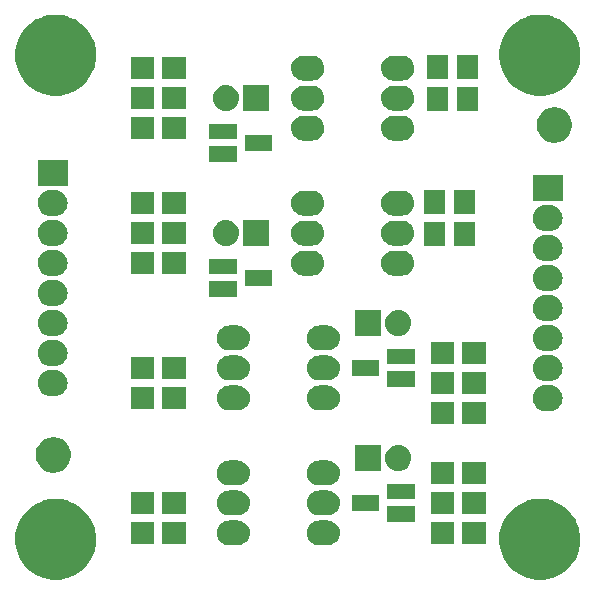
<source format=gbr>
G04 #@! TF.GenerationSoftware,KiCad,Pcbnew,(5.0.2)-1*
G04 #@! TF.CreationDate,2019-06-18T18:27:52-04:00*
G04 #@! TF.ProjectId,OptoFastBi,4f70746f-4661-4737-9442-692e6b696361,rev?*
G04 #@! TF.SameCoordinates,Original*
G04 #@! TF.FileFunction,Soldermask,Top*
G04 #@! TF.FilePolarity,Negative*
%FSLAX46Y46*%
G04 Gerber Fmt 4.6, Leading zero omitted, Abs format (unit mm)*
G04 Created by KiCad (PCBNEW (5.0.2)-1) date 6/18/2019 6:27:52 PM*
%MOMM*%
%LPD*%
G01*
G04 APERTURE LIST*
%ADD10C,0.150000*%
G04 APERTURE END LIST*
D10*
G36*
X45554153Y-41614050D02*
X46000202Y-41702775D01*
X46258686Y-41809843D01*
X46624239Y-41961259D01*
X47185863Y-42336524D01*
X47663476Y-42814137D01*
X48038741Y-43375761D01*
X48096022Y-43514050D01*
X48297225Y-43999798D01*
X48345677Y-44243380D01*
X48429000Y-44662272D01*
X48429000Y-45337728D01*
X48297225Y-46000201D01*
X48038741Y-46624239D01*
X47663476Y-47185863D01*
X47185863Y-47663476D01*
X46624239Y-48038741D01*
X46258686Y-48190157D01*
X46000202Y-48297225D01*
X45668964Y-48363113D01*
X45337728Y-48429000D01*
X44662272Y-48429000D01*
X44331035Y-48363112D01*
X43999798Y-48297225D01*
X43741314Y-48190157D01*
X43375761Y-48038741D01*
X42814137Y-47663476D01*
X42336524Y-47185863D01*
X41961259Y-46624239D01*
X41702775Y-46000201D01*
X41571000Y-45337728D01*
X41571000Y-44662272D01*
X41654323Y-44243380D01*
X41702775Y-43999798D01*
X41903978Y-43514050D01*
X41961259Y-43375761D01*
X42336524Y-42814137D01*
X42814137Y-42336524D01*
X43375761Y-41961259D01*
X43741314Y-41809843D01*
X43999798Y-41702775D01*
X44445847Y-41614050D01*
X44662272Y-41571000D01*
X45337728Y-41571000D01*
X45554153Y-41614050D01*
X45554153Y-41614050D01*
G37*
G36*
X4554153Y-41614050D02*
X5000202Y-41702775D01*
X5258686Y-41809843D01*
X5624239Y-41961259D01*
X6185863Y-42336524D01*
X6663476Y-42814137D01*
X7038741Y-43375761D01*
X7096022Y-43514050D01*
X7297225Y-43999798D01*
X7345677Y-44243380D01*
X7429000Y-44662272D01*
X7429000Y-45337728D01*
X7297225Y-46000201D01*
X7038741Y-46624239D01*
X6663476Y-47185863D01*
X6185863Y-47663476D01*
X5624239Y-48038741D01*
X5258686Y-48190157D01*
X5000202Y-48297225D01*
X4668965Y-48363112D01*
X4337728Y-48429000D01*
X3662272Y-48429000D01*
X3331035Y-48363112D01*
X2999798Y-48297225D01*
X2741314Y-48190157D01*
X2375761Y-48038741D01*
X1814137Y-47663476D01*
X1336524Y-47185863D01*
X961259Y-46624239D01*
X702775Y-46000201D01*
X571000Y-45337728D01*
X571000Y-44662272D01*
X654323Y-44243380D01*
X702775Y-43999798D01*
X903978Y-43514050D01*
X961259Y-43375761D01*
X1336524Y-42814137D01*
X1814137Y-42336524D01*
X2375761Y-41961259D01*
X2741314Y-41809843D01*
X2999798Y-41702775D01*
X3445847Y-41614050D01*
X3662272Y-41571000D01*
X4337728Y-41571000D01*
X4554153Y-41614050D01*
X4554153Y-41614050D01*
G37*
G36*
X19503388Y-43401084D02*
X19606620Y-43411251D01*
X19739073Y-43451430D01*
X19805301Y-43471520D01*
X19884868Y-43514050D01*
X19988404Y-43569391D01*
X19988406Y-43569392D01*
X19988405Y-43569392D01*
X20148896Y-43701104D01*
X20280608Y-43861595D01*
X20378480Y-44044699D01*
X20378480Y-44044700D01*
X20438749Y-44243380D01*
X20459099Y-44450000D01*
X20438749Y-44656620D01*
X20437034Y-44662272D01*
X20378480Y-44855301D01*
X20326166Y-44953172D01*
X20280609Y-45038404D01*
X20148896Y-45198896D01*
X19988404Y-45330609D01*
X19975085Y-45337728D01*
X19805301Y-45428480D01*
X19739073Y-45448570D01*
X19606620Y-45488749D01*
X19503388Y-45498916D01*
X19451773Y-45504000D01*
X18648227Y-45504000D01*
X18596612Y-45498916D01*
X18493380Y-45488749D01*
X18360927Y-45448570D01*
X18294699Y-45428480D01*
X18124915Y-45337728D01*
X18111596Y-45330609D01*
X17951104Y-45198896D01*
X17819391Y-45038404D01*
X17773834Y-44953172D01*
X17721520Y-44855301D01*
X17662966Y-44662272D01*
X17661251Y-44656620D01*
X17640901Y-44450000D01*
X17661251Y-44243380D01*
X17721520Y-44044700D01*
X17721520Y-44044699D01*
X17819392Y-43861595D01*
X17951104Y-43701104D01*
X18111595Y-43569392D01*
X18111594Y-43569392D01*
X18111596Y-43569391D01*
X18215132Y-43514050D01*
X18294699Y-43471520D01*
X18360927Y-43451430D01*
X18493380Y-43411251D01*
X18596612Y-43401084D01*
X18648227Y-43396000D01*
X19451773Y-43396000D01*
X19503388Y-43401084D01*
X19503388Y-43401084D01*
G37*
G36*
X27123388Y-43401084D02*
X27226620Y-43411251D01*
X27359073Y-43451430D01*
X27425301Y-43471520D01*
X27504868Y-43514050D01*
X27608404Y-43569391D01*
X27608406Y-43569392D01*
X27608405Y-43569392D01*
X27768896Y-43701104D01*
X27900608Y-43861595D01*
X27998480Y-44044699D01*
X27998480Y-44044700D01*
X28058749Y-44243380D01*
X28079099Y-44450000D01*
X28058749Y-44656620D01*
X28057034Y-44662272D01*
X27998480Y-44855301D01*
X27946166Y-44953172D01*
X27900609Y-45038404D01*
X27768896Y-45198896D01*
X27608404Y-45330609D01*
X27595085Y-45337728D01*
X27425301Y-45428480D01*
X27359073Y-45448570D01*
X27226620Y-45488749D01*
X27123388Y-45498916D01*
X27071773Y-45504000D01*
X26268227Y-45504000D01*
X26216612Y-45498916D01*
X26113380Y-45488749D01*
X25980927Y-45448570D01*
X25914699Y-45428480D01*
X25744915Y-45337728D01*
X25731596Y-45330609D01*
X25571104Y-45198896D01*
X25439391Y-45038404D01*
X25393834Y-44953172D01*
X25341520Y-44855301D01*
X25282966Y-44662272D01*
X25281251Y-44656620D01*
X25260901Y-44450000D01*
X25281251Y-44243380D01*
X25341520Y-44044700D01*
X25341520Y-44044699D01*
X25439392Y-43861595D01*
X25571104Y-43701104D01*
X25731595Y-43569392D01*
X25731594Y-43569392D01*
X25731596Y-43569391D01*
X25835132Y-43514050D01*
X25914699Y-43471520D01*
X25980927Y-43451430D01*
X26113380Y-43411251D01*
X26216612Y-43401084D01*
X26268227Y-43396000D01*
X27071773Y-43396000D01*
X27123388Y-43401084D01*
X27123388Y-43401084D01*
G37*
G36*
X37754000Y-45354000D02*
X35746000Y-45354000D01*
X35746000Y-43546000D01*
X37754000Y-43546000D01*
X37754000Y-45354000D01*
X37754000Y-45354000D01*
G37*
G36*
X15054000Y-45354000D02*
X13046000Y-45354000D01*
X13046000Y-43546000D01*
X15054000Y-43546000D01*
X15054000Y-45354000D01*
X15054000Y-45354000D01*
G37*
G36*
X12354000Y-45354000D02*
X10346000Y-45354000D01*
X10346000Y-43546000D01*
X12354000Y-43546000D01*
X12354000Y-45354000D01*
X12354000Y-45354000D01*
G37*
G36*
X40454000Y-45354000D02*
X38446000Y-45354000D01*
X38446000Y-43546000D01*
X40454000Y-43546000D01*
X40454000Y-45354000D01*
X40454000Y-45354000D01*
G37*
G36*
X34405570Y-43514050D02*
X32096710Y-43514050D01*
X32096710Y-42205950D01*
X34405570Y-42205950D01*
X34405570Y-43514050D01*
X34405570Y-43514050D01*
G37*
G36*
X19503388Y-40861084D02*
X19606620Y-40871251D01*
X19739073Y-40911430D01*
X19805301Y-40931520D01*
X19903172Y-40983834D01*
X19988404Y-41029391D01*
X19988406Y-41029392D01*
X19988405Y-41029392D01*
X20148896Y-41161104D01*
X20280608Y-41321595D01*
X20378480Y-41504699D01*
X20378480Y-41504700D01*
X20438749Y-41703380D01*
X20459099Y-41910000D01*
X20438749Y-42116620D01*
X20411651Y-42205950D01*
X20378480Y-42315301D01*
X20367137Y-42336522D01*
X20280609Y-42498404D01*
X20148896Y-42658896D01*
X19988404Y-42790609D01*
X19903172Y-42836166D01*
X19805301Y-42888480D01*
X19739073Y-42908570D01*
X19606620Y-42948749D01*
X19503388Y-42958916D01*
X19451773Y-42964000D01*
X18648227Y-42964000D01*
X18596612Y-42958916D01*
X18493380Y-42948749D01*
X18360927Y-42908570D01*
X18294699Y-42888480D01*
X18196828Y-42836166D01*
X18111596Y-42790609D01*
X17951104Y-42658896D01*
X17819391Y-42498404D01*
X17732863Y-42336522D01*
X17721520Y-42315301D01*
X17688349Y-42205950D01*
X17661251Y-42116620D01*
X17640901Y-41910000D01*
X17661251Y-41703380D01*
X17721520Y-41504700D01*
X17721520Y-41504699D01*
X17819392Y-41321595D01*
X17951104Y-41161104D01*
X18111595Y-41029392D01*
X18111594Y-41029392D01*
X18111596Y-41029391D01*
X18196828Y-40983834D01*
X18294699Y-40931520D01*
X18360927Y-40911430D01*
X18493380Y-40871251D01*
X18596612Y-40861084D01*
X18648227Y-40856000D01*
X19451773Y-40856000D01*
X19503388Y-40861084D01*
X19503388Y-40861084D01*
G37*
G36*
X27123388Y-40861084D02*
X27226620Y-40871251D01*
X27359073Y-40911430D01*
X27425301Y-40931520D01*
X27523172Y-40983834D01*
X27608404Y-41029391D01*
X27608406Y-41029392D01*
X27608405Y-41029392D01*
X27768896Y-41161104D01*
X27900608Y-41321595D01*
X27998480Y-41504699D01*
X27998480Y-41504700D01*
X28058749Y-41703380D01*
X28079099Y-41910000D01*
X28058749Y-42116620D01*
X28031651Y-42205950D01*
X27998480Y-42315301D01*
X27987137Y-42336522D01*
X27900609Y-42498404D01*
X27768896Y-42658896D01*
X27608404Y-42790609D01*
X27523172Y-42836166D01*
X27425301Y-42888480D01*
X27359073Y-42908570D01*
X27226620Y-42948749D01*
X27123388Y-42958916D01*
X27071773Y-42964000D01*
X26268227Y-42964000D01*
X26216612Y-42958916D01*
X26113380Y-42948749D01*
X25980927Y-42908570D01*
X25914699Y-42888480D01*
X25816828Y-42836166D01*
X25731596Y-42790609D01*
X25571104Y-42658896D01*
X25439391Y-42498404D01*
X25352863Y-42336522D01*
X25341520Y-42315301D01*
X25308349Y-42205950D01*
X25281251Y-42116620D01*
X25260901Y-41910000D01*
X25281251Y-41703380D01*
X25341520Y-41504700D01*
X25341520Y-41504699D01*
X25439392Y-41321595D01*
X25571104Y-41161104D01*
X25731595Y-41029392D01*
X25731594Y-41029392D01*
X25731596Y-41029391D01*
X25816828Y-40983834D01*
X25914699Y-40931520D01*
X25980927Y-40911430D01*
X26113380Y-40871251D01*
X26216612Y-40861084D01*
X26268227Y-40856000D01*
X27071773Y-40856000D01*
X27123388Y-40861084D01*
X27123388Y-40861084D01*
G37*
G36*
X40454000Y-42814000D02*
X38446000Y-42814000D01*
X38446000Y-41006000D01*
X40454000Y-41006000D01*
X40454000Y-42814000D01*
X40454000Y-42814000D01*
G37*
G36*
X12354000Y-42814000D02*
X10346000Y-42814000D01*
X10346000Y-41006000D01*
X12354000Y-41006000D01*
X12354000Y-42814000D01*
X12354000Y-42814000D01*
G37*
G36*
X15054000Y-42814000D02*
X13046000Y-42814000D01*
X13046000Y-41006000D01*
X15054000Y-41006000D01*
X15054000Y-42814000D01*
X15054000Y-42814000D01*
G37*
G36*
X37754000Y-42814000D02*
X35746000Y-42814000D01*
X35746000Y-41006000D01*
X37754000Y-41006000D01*
X37754000Y-42814000D01*
X37754000Y-42814000D01*
G37*
G36*
X31403290Y-42564050D02*
X29094430Y-42564050D01*
X29094430Y-41255950D01*
X31403290Y-41255950D01*
X31403290Y-42564050D01*
X31403290Y-42564050D01*
G37*
G36*
X34405570Y-41614050D02*
X32096710Y-41614050D01*
X32096710Y-40305950D01*
X34405570Y-40305950D01*
X34405570Y-41614050D01*
X34405570Y-41614050D01*
G37*
G36*
X19503388Y-38321084D02*
X19606620Y-38331251D01*
X19739073Y-38371430D01*
X19805301Y-38391520D01*
X19903172Y-38443834D01*
X19988404Y-38489391D01*
X20148896Y-38621104D01*
X20280609Y-38781596D01*
X20291620Y-38802197D01*
X20378480Y-38964699D01*
X20378480Y-38964700D01*
X20438749Y-39163380D01*
X20459099Y-39370000D01*
X20438749Y-39576620D01*
X20398570Y-39709073D01*
X20378480Y-39775301D01*
X20326166Y-39873172D01*
X20280609Y-39958404D01*
X20148896Y-40118896D01*
X19988404Y-40250609D01*
X19944642Y-40274000D01*
X19805301Y-40348480D01*
X19739073Y-40368570D01*
X19606620Y-40408749D01*
X19503388Y-40418916D01*
X19451773Y-40424000D01*
X18648227Y-40424000D01*
X18596612Y-40418916D01*
X18493380Y-40408749D01*
X18360927Y-40368570D01*
X18294699Y-40348480D01*
X18155358Y-40274000D01*
X18111596Y-40250609D01*
X17951104Y-40118896D01*
X17819391Y-39958404D01*
X17773834Y-39873172D01*
X17721520Y-39775301D01*
X17701430Y-39709073D01*
X17661251Y-39576620D01*
X17640901Y-39370000D01*
X17661251Y-39163380D01*
X17721520Y-38964700D01*
X17721520Y-38964699D01*
X17808380Y-38802197D01*
X17819391Y-38781596D01*
X17951104Y-38621104D01*
X18111596Y-38489391D01*
X18196828Y-38443834D01*
X18294699Y-38391520D01*
X18360927Y-38371430D01*
X18493380Y-38331251D01*
X18596612Y-38321084D01*
X18648227Y-38316000D01*
X19451773Y-38316000D01*
X19503388Y-38321084D01*
X19503388Y-38321084D01*
G37*
G36*
X27123388Y-38321084D02*
X27226620Y-38331251D01*
X27359073Y-38371430D01*
X27425301Y-38391520D01*
X27523172Y-38443834D01*
X27608404Y-38489391D01*
X27768896Y-38621104D01*
X27900609Y-38781596D01*
X27911620Y-38802197D01*
X27998480Y-38964699D01*
X27998480Y-38964700D01*
X28058749Y-39163380D01*
X28079099Y-39370000D01*
X28058749Y-39576620D01*
X28018570Y-39709073D01*
X27998480Y-39775301D01*
X27946166Y-39873172D01*
X27900609Y-39958404D01*
X27768896Y-40118896D01*
X27608404Y-40250609D01*
X27564642Y-40274000D01*
X27425301Y-40348480D01*
X27359073Y-40368570D01*
X27226620Y-40408749D01*
X27123388Y-40418916D01*
X27071773Y-40424000D01*
X26268227Y-40424000D01*
X26216612Y-40418916D01*
X26113380Y-40408749D01*
X25980927Y-40368570D01*
X25914699Y-40348480D01*
X25775358Y-40274000D01*
X25731596Y-40250609D01*
X25571104Y-40118896D01*
X25439391Y-39958404D01*
X25393834Y-39873172D01*
X25341520Y-39775301D01*
X25321430Y-39709073D01*
X25281251Y-39576620D01*
X25260901Y-39370000D01*
X25281251Y-39163380D01*
X25341520Y-38964700D01*
X25341520Y-38964699D01*
X25428380Y-38802197D01*
X25439391Y-38781596D01*
X25571104Y-38621104D01*
X25731596Y-38489391D01*
X25816828Y-38443834D01*
X25914699Y-38391520D01*
X25980927Y-38371430D01*
X26113380Y-38331251D01*
X26216612Y-38321084D01*
X26268227Y-38316000D01*
X27071773Y-38316000D01*
X27123388Y-38321084D01*
X27123388Y-38321084D01*
G37*
G36*
X40454000Y-40274000D02*
X38446000Y-40274000D01*
X38446000Y-38466000D01*
X40454000Y-38466000D01*
X40454000Y-40274000D01*
X40454000Y-40274000D01*
G37*
G36*
X37754000Y-40274000D02*
X35746000Y-40274000D01*
X35746000Y-38466000D01*
X37754000Y-38466000D01*
X37754000Y-40274000D01*
X37754000Y-40274000D01*
G37*
G36*
X4150935Y-36384429D02*
X4247534Y-36403644D01*
X4520517Y-36516717D01*
X4762920Y-36678687D01*
X4766197Y-36680876D01*
X4975124Y-36889803D01*
X5139284Y-37135485D01*
X5172402Y-37215440D01*
X5252356Y-37408466D01*
X5267318Y-37483687D01*
X5310000Y-37698261D01*
X5310000Y-37993739D01*
X5252356Y-38283533D01*
X5139284Y-38556515D01*
X4975124Y-38802197D01*
X4766197Y-39011124D01*
X4766194Y-39011126D01*
X4520517Y-39175283D01*
X4247534Y-39288356D01*
X4150935Y-39307571D01*
X3957739Y-39346000D01*
X3662261Y-39346000D01*
X3469065Y-39307571D01*
X3372466Y-39288356D01*
X3099483Y-39175283D01*
X2853806Y-39011126D01*
X2853803Y-39011124D01*
X2644876Y-38802197D01*
X2480716Y-38556515D01*
X2367644Y-38283533D01*
X2310000Y-37993739D01*
X2310000Y-37698261D01*
X2352682Y-37483687D01*
X2367644Y-37408466D01*
X2447598Y-37215440D01*
X2480716Y-37135485D01*
X2644876Y-36889803D01*
X2853803Y-36680876D01*
X2857080Y-36678687D01*
X3099483Y-36516717D01*
X3372466Y-36403644D01*
X3469065Y-36384429D01*
X3662261Y-36346000D01*
X3957739Y-36346000D01*
X4150935Y-36384429D01*
X4150935Y-36384429D01*
G37*
G36*
X31584000Y-39204000D02*
X29376000Y-39204000D01*
X29376000Y-36996000D01*
X31584000Y-36996000D01*
X31584000Y-39204000D01*
X31584000Y-39204000D01*
G37*
G36*
X33236423Y-37011974D02*
X33444526Y-37075102D01*
X33636313Y-37177614D01*
X33804423Y-37315577D01*
X33942386Y-37483687D01*
X34044898Y-37675474D01*
X34108026Y-37883577D01*
X34129341Y-38100000D01*
X34108026Y-38316423D01*
X34044898Y-38524526D01*
X33942386Y-38716313D01*
X33942384Y-38716316D01*
X33942383Y-38716317D01*
X33804423Y-38884423D01*
X33650034Y-39011126D01*
X33636313Y-39022386D01*
X33444526Y-39124898D01*
X33236423Y-39188026D01*
X33074231Y-39204000D01*
X32965769Y-39204000D01*
X32803577Y-39188026D01*
X32595474Y-39124898D01*
X32403687Y-39022386D01*
X32389967Y-39011126D01*
X32235577Y-38884423D01*
X32097617Y-38716317D01*
X32097616Y-38716316D01*
X32097614Y-38716313D01*
X31995102Y-38524526D01*
X31931974Y-38316423D01*
X31910659Y-38100000D01*
X31931974Y-37883577D01*
X31995102Y-37675474D01*
X32097614Y-37483687D01*
X32235577Y-37315577D01*
X32403687Y-37177614D01*
X32595474Y-37075102D01*
X32803577Y-37011974D01*
X32965769Y-36996000D01*
X33074231Y-36996000D01*
X33236423Y-37011974D01*
X33236423Y-37011974D01*
G37*
G36*
X40454000Y-35194000D02*
X38446000Y-35194000D01*
X38446000Y-33386000D01*
X40454000Y-33386000D01*
X40454000Y-35194000D01*
X40454000Y-35194000D01*
G37*
G36*
X37754000Y-35194000D02*
X35746000Y-35194000D01*
X35746000Y-33386000D01*
X37754000Y-33386000D01*
X37754000Y-35194000D01*
X37754000Y-35194000D01*
G37*
G36*
X45922029Y-31917790D02*
X46031488Y-31928571D01*
X46187340Y-31975849D01*
X46242160Y-31992478D01*
X46436310Y-32096253D01*
X46606486Y-32235914D01*
X46746147Y-32406090D01*
X46849922Y-32600240D01*
X46849923Y-32600244D01*
X46913829Y-32810912D01*
X46935407Y-33030000D01*
X46913829Y-33249088D01*
X46872297Y-33386000D01*
X46849922Y-33459760D01*
X46746147Y-33653910D01*
X46606486Y-33824086D01*
X46436310Y-33963747D01*
X46242160Y-34067522D01*
X46187340Y-34084151D01*
X46031488Y-34131429D01*
X45922029Y-34142210D01*
X45867300Y-34147600D01*
X45452700Y-34147600D01*
X45397971Y-34142210D01*
X45288512Y-34131429D01*
X45132660Y-34084151D01*
X45077840Y-34067522D01*
X44883690Y-33963747D01*
X44713514Y-33824086D01*
X44573853Y-33653910D01*
X44470078Y-33459760D01*
X44447703Y-33386000D01*
X44406171Y-33249088D01*
X44384593Y-33030000D01*
X44406171Y-32810912D01*
X44470077Y-32600244D01*
X44470078Y-32600240D01*
X44573853Y-32406090D01*
X44713514Y-32235914D01*
X44883690Y-32096253D01*
X45077840Y-31992478D01*
X45132660Y-31975849D01*
X45288512Y-31928571D01*
X45397971Y-31917790D01*
X45452700Y-31912400D01*
X45867300Y-31912400D01*
X45922029Y-31917790D01*
X45922029Y-31917790D01*
G37*
G36*
X27123388Y-31971084D02*
X27226620Y-31981251D01*
X27359073Y-32021430D01*
X27425301Y-32041520D01*
X27504868Y-32084050D01*
X27608404Y-32139391D01*
X27726017Y-32235914D01*
X27768896Y-32271104D01*
X27900608Y-32431595D01*
X27998480Y-32614699D01*
X27998480Y-32614700D01*
X28058749Y-32813380D01*
X28079099Y-33020000D01*
X28058749Y-33226620D01*
X28051934Y-33249086D01*
X27998480Y-33425301D01*
X27980063Y-33459756D01*
X27900609Y-33608404D01*
X27768896Y-33768896D01*
X27608404Y-33900609D01*
X27564642Y-33924000D01*
X27425301Y-33998480D01*
X27359073Y-34018570D01*
X27226620Y-34058749D01*
X27137545Y-34067522D01*
X27071773Y-34074000D01*
X26268227Y-34074000D01*
X26202455Y-34067522D01*
X26113380Y-34058749D01*
X25980927Y-34018570D01*
X25914699Y-33998480D01*
X25775358Y-33924000D01*
X25731596Y-33900609D01*
X25571104Y-33768896D01*
X25439391Y-33608404D01*
X25359937Y-33459756D01*
X25341520Y-33425301D01*
X25288066Y-33249086D01*
X25281251Y-33226620D01*
X25260901Y-33020000D01*
X25281251Y-32813380D01*
X25341520Y-32614700D01*
X25341520Y-32614699D01*
X25439392Y-32431595D01*
X25571104Y-32271104D01*
X25613983Y-32235914D01*
X25731596Y-32139391D01*
X25835132Y-32084050D01*
X25914699Y-32041520D01*
X25980927Y-32021430D01*
X26113380Y-31981251D01*
X26216612Y-31971084D01*
X26268227Y-31966000D01*
X27071773Y-31966000D01*
X27123388Y-31971084D01*
X27123388Y-31971084D01*
G37*
G36*
X19503388Y-31971084D02*
X19606620Y-31981251D01*
X19739073Y-32021430D01*
X19805301Y-32041520D01*
X19884868Y-32084050D01*
X19988404Y-32139391D01*
X20106017Y-32235914D01*
X20148896Y-32271104D01*
X20280608Y-32431595D01*
X20378480Y-32614699D01*
X20378480Y-32614700D01*
X20438749Y-32813380D01*
X20459099Y-33020000D01*
X20438749Y-33226620D01*
X20431934Y-33249086D01*
X20378480Y-33425301D01*
X20360063Y-33459756D01*
X20280609Y-33608404D01*
X20148896Y-33768896D01*
X19988404Y-33900609D01*
X19944642Y-33924000D01*
X19805301Y-33998480D01*
X19739073Y-34018570D01*
X19606620Y-34058749D01*
X19517545Y-34067522D01*
X19451773Y-34074000D01*
X18648227Y-34074000D01*
X18582455Y-34067522D01*
X18493380Y-34058749D01*
X18360927Y-34018570D01*
X18294699Y-33998480D01*
X18155358Y-33924000D01*
X18111596Y-33900609D01*
X17951104Y-33768896D01*
X17819391Y-33608404D01*
X17739937Y-33459756D01*
X17721520Y-33425301D01*
X17668066Y-33249086D01*
X17661251Y-33226620D01*
X17640901Y-33020000D01*
X17661251Y-32813380D01*
X17721520Y-32614700D01*
X17721520Y-32614699D01*
X17819392Y-32431595D01*
X17951104Y-32271104D01*
X17993983Y-32235914D01*
X18111596Y-32139391D01*
X18215132Y-32084050D01*
X18294699Y-32041520D01*
X18360927Y-32021430D01*
X18493380Y-31981251D01*
X18596612Y-31971084D01*
X18648227Y-31966000D01*
X19451773Y-31966000D01*
X19503388Y-31971084D01*
X19503388Y-31971084D01*
G37*
G36*
X15054000Y-33924000D02*
X13046000Y-33924000D01*
X13046000Y-32116000D01*
X15054000Y-32116000D01*
X15054000Y-33924000D01*
X15054000Y-33924000D01*
G37*
G36*
X12354000Y-33924000D02*
X10346000Y-33924000D01*
X10346000Y-32116000D01*
X12354000Y-32116000D01*
X12354000Y-33924000D01*
X12354000Y-33924000D01*
G37*
G36*
X4012029Y-30647790D02*
X4121488Y-30658571D01*
X4213952Y-30686620D01*
X4332160Y-30722478D01*
X4526310Y-30826253D01*
X4696486Y-30965914D01*
X4836147Y-31136090D01*
X4939922Y-31330240D01*
X4939923Y-31330244D01*
X5003829Y-31540912D01*
X5025407Y-31760000D01*
X5003829Y-31979088D01*
X4999767Y-31992477D01*
X4939922Y-32189760D01*
X4836147Y-32383910D01*
X4696486Y-32554086D01*
X4526310Y-32693747D01*
X4332160Y-32797522D01*
X4288019Y-32810912D01*
X4121488Y-32861429D01*
X4012029Y-32872210D01*
X3957300Y-32877600D01*
X3542700Y-32877600D01*
X3487971Y-32872210D01*
X3378512Y-32861429D01*
X3211981Y-32810912D01*
X3167840Y-32797522D01*
X2973690Y-32693747D01*
X2803514Y-32554086D01*
X2663853Y-32383910D01*
X2560078Y-32189760D01*
X2500233Y-31992477D01*
X2496171Y-31979088D01*
X2474593Y-31760000D01*
X2496171Y-31540912D01*
X2560077Y-31330244D01*
X2560078Y-31330240D01*
X2663853Y-31136090D01*
X2803514Y-30965914D01*
X2973690Y-30826253D01*
X3167840Y-30722478D01*
X3286048Y-30686620D01*
X3378512Y-30658571D01*
X3487971Y-30647790D01*
X3542700Y-30642400D01*
X3957300Y-30642400D01*
X4012029Y-30647790D01*
X4012029Y-30647790D01*
G37*
G36*
X40454000Y-32654000D02*
X38446000Y-32654000D01*
X38446000Y-30846000D01*
X40454000Y-30846000D01*
X40454000Y-32654000D01*
X40454000Y-32654000D01*
G37*
G36*
X37754000Y-32654000D02*
X35746000Y-32654000D01*
X35746000Y-30846000D01*
X37754000Y-30846000D01*
X37754000Y-32654000D01*
X37754000Y-32654000D01*
G37*
G36*
X34405570Y-32084050D02*
X32096710Y-32084050D01*
X32096710Y-30775950D01*
X34405570Y-30775950D01*
X34405570Y-32084050D01*
X34405570Y-32084050D01*
G37*
G36*
X45922029Y-29377790D02*
X46031488Y-29388571D01*
X46187340Y-29435849D01*
X46242160Y-29452478D01*
X46436310Y-29556253D01*
X46606486Y-29695914D01*
X46746147Y-29866090D01*
X46849922Y-30060240D01*
X46849923Y-30060244D01*
X46913829Y-30270912D01*
X46935407Y-30490000D01*
X46913829Y-30709088D01*
X46909767Y-30722477D01*
X46849922Y-30919760D01*
X46746147Y-31113910D01*
X46606486Y-31284086D01*
X46436310Y-31423747D01*
X46242160Y-31527522D01*
X46198019Y-31540912D01*
X46031488Y-31591429D01*
X45922029Y-31602210D01*
X45867300Y-31607600D01*
X45452700Y-31607600D01*
X45397971Y-31602210D01*
X45288512Y-31591429D01*
X45121981Y-31540912D01*
X45077840Y-31527522D01*
X44883690Y-31423747D01*
X44713514Y-31284086D01*
X44573853Y-31113910D01*
X44470078Y-30919760D01*
X44410233Y-30722477D01*
X44406171Y-30709088D01*
X44384593Y-30490000D01*
X44406171Y-30270912D01*
X44470077Y-30060244D01*
X44470078Y-30060240D01*
X44573853Y-29866090D01*
X44713514Y-29695914D01*
X44883690Y-29556253D01*
X45077840Y-29452478D01*
X45132660Y-29435849D01*
X45288512Y-29388571D01*
X45397971Y-29377790D01*
X45452700Y-29372400D01*
X45867300Y-29372400D01*
X45922029Y-29377790D01*
X45922029Y-29377790D01*
G37*
G36*
X27123388Y-29431084D02*
X27226620Y-29441251D01*
X27359073Y-29481430D01*
X27425301Y-29501520D01*
X27523172Y-29553834D01*
X27608404Y-29599391D01*
X27726017Y-29695914D01*
X27768896Y-29731104D01*
X27900608Y-29891595D01*
X27998480Y-30074699D01*
X27998480Y-30074700D01*
X28058749Y-30273380D01*
X28079099Y-30480000D01*
X28058749Y-30686620D01*
X28031651Y-30775950D01*
X27998480Y-30885301D01*
X27980063Y-30919756D01*
X27900609Y-31068404D01*
X27768896Y-31228896D01*
X27608404Y-31360609D01*
X27564642Y-31384000D01*
X27425301Y-31458480D01*
X27359073Y-31478570D01*
X27226620Y-31518749D01*
X27137545Y-31527522D01*
X27071773Y-31534000D01*
X26268227Y-31534000D01*
X26202455Y-31527522D01*
X26113380Y-31518749D01*
X25980927Y-31478570D01*
X25914699Y-31458480D01*
X25775358Y-31384000D01*
X25731596Y-31360609D01*
X25571104Y-31228896D01*
X25439391Y-31068404D01*
X25359937Y-30919756D01*
X25341520Y-30885301D01*
X25308349Y-30775950D01*
X25281251Y-30686620D01*
X25260901Y-30480000D01*
X25281251Y-30273380D01*
X25341520Y-30074700D01*
X25341520Y-30074699D01*
X25439392Y-29891595D01*
X25571104Y-29731104D01*
X25613983Y-29695914D01*
X25731596Y-29599391D01*
X25816828Y-29553834D01*
X25914699Y-29501520D01*
X25980927Y-29481430D01*
X26113380Y-29441251D01*
X26216612Y-29431084D01*
X26268227Y-29426000D01*
X27071773Y-29426000D01*
X27123388Y-29431084D01*
X27123388Y-29431084D01*
G37*
G36*
X19503388Y-29431084D02*
X19606620Y-29441251D01*
X19739073Y-29481430D01*
X19805301Y-29501520D01*
X19903172Y-29553834D01*
X19988404Y-29599391D01*
X20106017Y-29695914D01*
X20148896Y-29731104D01*
X20280608Y-29891595D01*
X20378480Y-30074699D01*
X20378480Y-30074700D01*
X20438749Y-30273380D01*
X20459099Y-30480000D01*
X20438749Y-30686620D01*
X20411651Y-30775950D01*
X20378480Y-30885301D01*
X20360063Y-30919756D01*
X20280609Y-31068404D01*
X20148896Y-31228896D01*
X19988404Y-31360609D01*
X19944642Y-31384000D01*
X19805301Y-31458480D01*
X19739073Y-31478570D01*
X19606620Y-31518749D01*
X19517545Y-31527522D01*
X19451773Y-31534000D01*
X18648227Y-31534000D01*
X18582455Y-31527522D01*
X18493380Y-31518749D01*
X18360927Y-31478570D01*
X18294699Y-31458480D01*
X18155358Y-31384000D01*
X18111596Y-31360609D01*
X17951104Y-31228896D01*
X17819391Y-31068404D01*
X17739937Y-30919756D01*
X17721520Y-30885301D01*
X17688349Y-30775950D01*
X17661251Y-30686620D01*
X17640901Y-30480000D01*
X17661251Y-30273380D01*
X17721520Y-30074700D01*
X17721520Y-30074699D01*
X17819392Y-29891595D01*
X17951104Y-29731104D01*
X17993983Y-29695914D01*
X18111596Y-29599391D01*
X18196828Y-29553834D01*
X18294699Y-29501520D01*
X18360927Y-29481430D01*
X18493380Y-29441251D01*
X18596612Y-29431084D01*
X18648227Y-29426000D01*
X19451773Y-29426000D01*
X19503388Y-29431084D01*
X19503388Y-29431084D01*
G37*
G36*
X15054000Y-31384000D02*
X13046000Y-31384000D01*
X13046000Y-29576000D01*
X15054000Y-29576000D01*
X15054000Y-31384000D01*
X15054000Y-31384000D01*
G37*
G36*
X12354000Y-31384000D02*
X10346000Y-31384000D01*
X10346000Y-29576000D01*
X12354000Y-29576000D01*
X12354000Y-31384000D01*
X12354000Y-31384000D01*
G37*
G36*
X31403290Y-31134050D02*
X29094430Y-31134050D01*
X29094430Y-29825950D01*
X31403290Y-29825950D01*
X31403290Y-31134050D01*
X31403290Y-31134050D01*
G37*
G36*
X4012029Y-28107790D02*
X4121488Y-28118571D01*
X4213952Y-28146620D01*
X4332160Y-28182478D01*
X4526310Y-28286253D01*
X4696486Y-28425914D01*
X4836147Y-28596090D01*
X4939922Y-28790240D01*
X4939923Y-28790244D01*
X5003829Y-29000912D01*
X5025407Y-29220000D01*
X5003829Y-29439088D01*
X4999767Y-29452477D01*
X4939922Y-29649760D01*
X4836147Y-29843910D01*
X4696486Y-30014086D01*
X4526310Y-30153747D01*
X4332160Y-30257522D01*
X4288019Y-30270912D01*
X4121488Y-30321429D01*
X4012029Y-30332210D01*
X3957300Y-30337600D01*
X3542700Y-30337600D01*
X3487971Y-30332210D01*
X3378512Y-30321429D01*
X3211981Y-30270912D01*
X3167840Y-30257522D01*
X2973690Y-30153747D01*
X2803514Y-30014086D01*
X2663853Y-29843910D01*
X2560078Y-29649760D01*
X2500233Y-29452477D01*
X2496171Y-29439088D01*
X2474593Y-29220000D01*
X2496171Y-29000912D01*
X2560077Y-28790244D01*
X2560078Y-28790240D01*
X2663853Y-28596090D01*
X2803514Y-28425914D01*
X2973690Y-28286253D01*
X3167840Y-28182478D01*
X3286048Y-28146620D01*
X3378512Y-28118571D01*
X3487971Y-28107790D01*
X3542700Y-28102400D01*
X3957300Y-28102400D01*
X4012029Y-28107790D01*
X4012029Y-28107790D01*
G37*
G36*
X34405570Y-30184050D02*
X32096710Y-30184050D01*
X32096710Y-28875950D01*
X34405570Y-28875950D01*
X34405570Y-30184050D01*
X34405570Y-30184050D01*
G37*
G36*
X37754000Y-30114000D02*
X35746000Y-30114000D01*
X35746000Y-28306000D01*
X37754000Y-28306000D01*
X37754000Y-30114000D01*
X37754000Y-30114000D01*
G37*
G36*
X40454000Y-30114000D02*
X38446000Y-30114000D01*
X38446000Y-28306000D01*
X40454000Y-28306000D01*
X40454000Y-30114000D01*
X40454000Y-30114000D01*
G37*
G36*
X45922029Y-26837790D02*
X46031488Y-26848571D01*
X46156265Y-26886422D01*
X46242160Y-26912478D01*
X46436310Y-27016253D01*
X46606486Y-27155914D01*
X46746147Y-27326090D01*
X46849922Y-27520240D01*
X46849923Y-27520244D01*
X46913829Y-27730912D01*
X46935407Y-27950000D01*
X46913829Y-28169088D01*
X46909767Y-28182477D01*
X46849922Y-28379760D01*
X46746147Y-28573910D01*
X46606486Y-28744086D01*
X46436310Y-28883747D01*
X46242160Y-28987522D01*
X46198019Y-29000912D01*
X46031488Y-29051429D01*
X45922029Y-29062210D01*
X45867300Y-29067600D01*
X45452700Y-29067600D01*
X45397971Y-29062210D01*
X45288512Y-29051429D01*
X45121981Y-29000912D01*
X45077840Y-28987522D01*
X44883690Y-28883747D01*
X44713514Y-28744086D01*
X44573853Y-28573910D01*
X44470078Y-28379760D01*
X44410233Y-28182477D01*
X44406171Y-28169088D01*
X44384593Y-27950000D01*
X44406171Y-27730912D01*
X44470077Y-27520244D01*
X44470078Y-27520240D01*
X44573853Y-27326090D01*
X44713514Y-27155914D01*
X44883690Y-27016253D01*
X45077840Y-26912478D01*
X45163735Y-26886422D01*
X45288512Y-26848571D01*
X45397971Y-26837790D01*
X45452700Y-26832400D01*
X45867300Y-26832400D01*
X45922029Y-26837790D01*
X45922029Y-26837790D01*
G37*
G36*
X27123388Y-26891084D02*
X27226620Y-26901251D01*
X27359073Y-26941430D01*
X27425301Y-26961520D01*
X27523172Y-27013834D01*
X27608404Y-27059391D01*
X27726017Y-27155914D01*
X27768896Y-27191104D01*
X27900608Y-27351595D01*
X27998480Y-27534699D01*
X27998480Y-27534700D01*
X28058749Y-27733380D01*
X28079099Y-27940000D01*
X28058749Y-28146620D01*
X28018570Y-28279073D01*
X27998480Y-28345301D01*
X27980063Y-28379756D01*
X27900609Y-28528404D01*
X27768896Y-28688896D01*
X27608404Y-28820609D01*
X27523172Y-28866166D01*
X27425301Y-28918480D01*
X27359073Y-28938570D01*
X27226620Y-28978749D01*
X27137545Y-28987522D01*
X27071773Y-28994000D01*
X26268227Y-28994000D01*
X26202455Y-28987522D01*
X26113380Y-28978749D01*
X25980927Y-28938570D01*
X25914699Y-28918480D01*
X25816828Y-28866166D01*
X25731596Y-28820609D01*
X25571104Y-28688896D01*
X25439391Y-28528404D01*
X25359937Y-28379756D01*
X25341520Y-28345301D01*
X25321430Y-28279073D01*
X25281251Y-28146620D01*
X25260901Y-27940000D01*
X25281251Y-27733380D01*
X25341520Y-27534700D01*
X25341520Y-27534699D01*
X25439392Y-27351595D01*
X25571104Y-27191104D01*
X25613983Y-27155914D01*
X25731596Y-27059391D01*
X25816828Y-27013834D01*
X25914699Y-26961520D01*
X25980927Y-26941430D01*
X26113380Y-26901251D01*
X26216612Y-26891084D01*
X26268227Y-26886000D01*
X27071773Y-26886000D01*
X27123388Y-26891084D01*
X27123388Y-26891084D01*
G37*
G36*
X19503388Y-26891084D02*
X19606620Y-26901251D01*
X19739073Y-26941430D01*
X19805301Y-26961520D01*
X19903172Y-27013834D01*
X19988404Y-27059391D01*
X20106017Y-27155914D01*
X20148896Y-27191104D01*
X20280608Y-27351595D01*
X20378480Y-27534699D01*
X20378480Y-27534700D01*
X20438749Y-27733380D01*
X20459099Y-27940000D01*
X20438749Y-28146620D01*
X20398570Y-28279073D01*
X20378480Y-28345301D01*
X20360063Y-28379756D01*
X20280609Y-28528404D01*
X20148896Y-28688896D01*
X19988404Y-28820609D01*
X19903172Y-28866166D01*
X19805301Y-28918480D01*
X19739073Y-28938570D01*
X19606620Y-28978749D01*
X19517545Y-28987522D01*
X19451773Y-28994000D01*
X18648227Y-28994000D01*
X18582455Y-28987522D01*
X18493380Y-28978749D01*
X18360927Y-28938570D01*
X18294699Y-28918480D01*
X18196828Y-28866166D01*
X18111596Y-28820609D01*
X17951104Y-28688896D01*
X17819391Y-28528404D01*
X17739937Y-28379756D01*
X17721520Y-28345301D01*
X17701430Y-28279073D01*
X17661251Y-28146620D01*
X17640901Y-27940000D01*
X17661251Y-27733380D01*
X17721520Y-27534700D01*
X17721520Y-27534699D01*
X17819392Y-27351595D01*
X17951104Y-27191104D01*
X17993983Y-27155914D01*
X18111596Y-27059391D01*
X18196828Y-27013834D01*
X18294699Y-26961520D01*
X18360927Y-26941430D01*
X18493380Y-26901251D01*
X18596612Y-26891084D01*
X18648227Y-26886000D01*
X19451773Y-26886000D01*
X19503388Y-26891084D01*
X19503388Y-26891084D01*
G37*
G36*
X3993851Y-25566000D02*
X4121488Y-25578571D01*
X4277340Y-25625849D01*
X4332160Y-25642478D01*
X4526310Y-25746253D01*
X4696486Y-25885914D01*
X4836147Y-26056090D01*
X4939922Y-26250240D01*
X4939923Y-26250244D01*
X5003829Y-26460912D01*
X5025407Y-26680000D01*
X5003829Y-26899088D01*
X4999767Y-26912477D01*
X4939922Y-27109760D01*
X4836147Y-27303910D01*
X4696486Y-27474086D01*
X4526310Y-27613747D01*
X4332160Y-27717522D01*
X4288019Y-27730912D01*
X4121488Y-27781429D01*
X4012029Y-27792210D01*
X3957300Y-27797600D01*
X3542700Y-27797600D01*
X3487971Y-27792210D01*
X3378512Y-27781429D01*
X3211981Y-27730912D01*
X3167840Y-27717522D01*
X2973690Y-27613747D01*
X2803514Y-27474086D01*
X2663853Y-27303910D01*
X2560078Y-27109760D01*
X2500233Y-26912477D01*
X2496171Y-26899088D01*
X2474593Y-26680000D01*
X2496171Y-26460912D01*
X2560077Y-26250244D01*
X2560078Y-26250240D01*
X2663853Y-26056090D01*
X2803514Y-25885914D01*
X2973690Y-25746253D01*
X3167840Y-25642478D01*
X3222660Y-25625849D01*
X3378512Y-25578571D01*
X3506149Y-25566000D01*
X3542700Y-25562400D01*
X3957300Y-25562400D01*
X3993851Y-25566000D01*
X3993851Y-25566000D01*
G37*
G36*
X33236423Y-25581974D02*
X33444526Y-25645102D01*
X33636313Y-25747614D01*
X33636316Y-25747616D01*
X33636317Y-25747617D01*
X33748594Y-25839760D01*
X33804423Y-25885577D01*
X33942386Y-26053687D01*
X34044898Y-26245474D01*
X34108026Y-26453577D01*
X34129341Y-26670000D01*
X34108026Y-26886423D01*
X34044898Y-27094526D01*
X33942386Y-27286313D01*
X33942384Y-27286316D01*
X33942383Y-27286317D01*
X33804423Y-27454423D01*
X33706606Y-27534699D01*
X33636313Y-27592386D01*
X33444526Y-27694898D01*
X33236423Y-27758026D01*
X33074231Y-27774000D01*
X32965769Y-27774000D01*
X32803577Y-27758026D01*
X32595474Y-27694898D01*
X32403687Y-27592386D01*
X32333395Y-27534699D01*
X32235577Y-27454423D01*
X32097617Y-27286317D01*
X32097616Y-27286316D01*
X32097614Y-27286313D01*
X31995102Y-27094526D01*
X31931974Y-26886423D01*
X31910659Y-26670000D01*
X31931974Y-26453577D01*
X31995102Y-26245474D01*
X32097614Y-26053687D01*
X32235577Y-25885577D01*
X32291406Y-25839760D01*
X32403683Y-25747617D01*
X32403684Y-25747616D01*
X32403687Y-25747614D01*
X32595474Y-25645102D01*
X32803577Y-25581974D01*
X32965769Y-25566000D01*
X33074231Y-25566000D01*
X33236423Y-25581974D01*
X33236423Y-25581974D01*
G37*
G36*
X31584000Y-27774000D02*
X29376000Y-27774000D01*
X29376000Y-25566000D01*
X31584000Y-25566000D01*
X31584000Y-27774000D01*
X31584000Y-27774000D01*
G37*
G36*
X45922029Y-24297790D02*
X46031488Y-24308571D01*
X46187340Y-24355849D01*
X46242160Y-24372478D01*
X46436310Y-24476253D01*
X46606486Y-24615914D01*
X46746147Y-24786090D01*
X46849922Y-24980240D01*
X46849923Y-24980244D01*
X46913829Y-25190912D01*
X46935407Y-25410000D01*
X46913829Y-25629088D01*
X46878287Y-25746253D01*
X46849922Y-25839760D01*
X46746147Y-26033910D01*
X46606486Y-26204086D01*
X46436310Y-26343747D01*
X46242160Y-26447522D01*
X46222199Y-26453577D01*
X46031488Y-26511429D01*
X45922029Y-26522210D01*
X45867300Y-26527600D01*
X45452700Y-26527600D01*
X45397971Y-26522210D01*
X45288512Y-26511429D01*
X45097801Y-26453577D01*
X45077840Y-26447522D01*
X44883690Y-26343747D01*
X44713514Y-26204086D01*
X44573853Y-26033910D01*
X44470078Y-25839760D01*
X44441713Y-25746253D01*
X44406171Y-25629088D01*
X44384593Y-25410000D01*
X44406171Y-25190912D01*
X44470077Y-24980244D01*
X44470078Y-24980240D01*
X44573853Y-24786090D01*
X44713514Y-24615914D01*
X44883690Y-24476253D01*
X45077840Y-24372478D01*
X45132660Y-24355849D01*
X45288512Y-24308571D01*
X45397971Y-24297790D01*
X45452700Y-24292400D01*
X45867300Y-24292400D01*
X45922029Y-24297790D01*
X45922029Y-24297790D01*
G37*
G36*
X4012029Y-23027790D02*
X4121488Y-23038571D01*
X4277340Y-23085849D01*
X4332160Y-23102478D01*
X4526310Y-23206253D01*
X4696486Y-23345914D01*
X4836147Y-23516090D01*
X4939922Y-23710240D01*
X4939923Y-23710244D01*
X5003829Y-23920912D01*
X5025407Y-24140000D01*
X5003829Y-24359088D01*
X4999767Y-24372477D01*
X4939922Y-24569760D01*
X4836147Y-24763910D01*
X4696486Y-24934086D01*
X4526310Y-25073747D01*
X4332160Y-25177522D01*
X4288019Y-25190912D01*
X4121488Y-25241429D01*
X4012029Y-25252210D01*
X3957300Y-25257600D01*
X3542700Y-25257600D01*
X3487971Y-25252210D01*
X3378512Y-25241429D01*
X3211981Y-25190912D01*
X3167840Y-25177522D01*
X2973690Y-25073747D01*
X2803514Y-24934086D01*
X2663853Y-24763910D01*
X2560078Y-24569760D01*
X2500233Y-24372477D01*
X2496171Y-24359088D01*
X2474593Y-24140000D01*
X2496171Y-23920912D01*
X2560077Y-23710244D01*
X2560078Y-23710240D01*
X2663853Y-23516090D01*
X2803514Y-23345914D01*
X2973690Y-23206253D01*
X3167840Y-23102478D01*
X3222660Y-23085849D01*
X3378512Y-23038571D01*
X3487971Y-23027790D01*
X3542700Y-23022400D01*
X3957300Y-23022400D01*
X4012029Y-23027790D01*
X4012029Y-23027790D01*
G37*
G36*
X19338290Y-24464050D02*
X17029430Y-24464050D01*
X17029430Y-23155950D01*
X19338290Y-23155950D01*
X19338290Y-24464050D01*
X19338290Y-24464050D01*
G37*
G36*
X45922029Y-21757790D02*
X46031488Y-21768571D01*
X46187340Y-21815849D01*
X46242160Y-21832478D01*
X46436310Y-21936253D01*
X46606486Y-22075914D01*
X46746147Y-22246090D01*
X46849922Y-22440240D01*
X46849923Y-22440244D01*
X46913829Y-22650912D01*
X46935407Y-22870000D01*
X46913829Y-23089088D01*
X46909767Y-23102477D01*
X46849922Y-23299760D01*
X46746147Y-23493910D01*
X46606486Y-23664086D01*
X46436310Y-23803747D01*
X46242160Y-23907522D01*
X46198019Y-23920912D01*
X46031488Y-23971429D01*
X45922029Y-23982210D01*
X45867300Y-23987600D01*
X45452700Y-23987600D01*
X45397971Y-23982210D01*
X45288512Y-23971429D01*
X45121981Y-23920912D01*
X45077840Y-23907522D01*
X44883690Y-23803747D01*
X44713514Y-23664086D01*
X44573853Y-23493910D01*
X44470078Y-23299760D01*
X44410233Y-23102477D01*
X44406171Y-23089088D01*
X44384593Y-22870000D01*
X44406171Y-22650912D01*
X44470077Y-22440244D01*
X44470078Y-22440240D01*
X44573853Y-22246090D01*
X44713514Y-22075914D01*
X44883690Y-21936253D01*
X45077840Y-21832478D01*
X45132660Y-21815849D01*
X45288512Y-21768571D01*
X45397971Y-21757790D01*
X45452700Y-21752400D01*
X45867300Y-21752400D01*
X45922029Y-21757790D01*
X45922029Y-21757790D01*
G37*
G36*
X22340570Y-23514050D02*
X20031710Y-23514050D01*
X20031710Y-22205950D01*
X22340570Y-22205950D01*
X22340570Y-23514050D01*
X22340570Y-23514050D01*
G37*
G36*
X4012029Y-20487790D02*
X4121488Y-20498571D01*
X4277340Y-20545849D01*
X4332160Y-20562478D01*
X4526310Y-20666253D01*
X4696486Y-20805914D01*
X4836147Y-20976090D01*
X4939922Y-21170240D01*
X4947342Y-21194700D01*
X5003829Y-21380912D01*
X5025407Y-21600000D01*
X5003829Y-21819088D01*
X4999767Y-21832477D01*
X4939922Y-22029760D01*
X4836147Y-22223910D01*
X4696486Y-22394086D01*
X4526310Y-22533747D01*
X4332160Y-22637522D01*
X4288019Y-22650912D01*
X4121488Y-22701429D01*
X4012029Y-22712210D01*
X3957300Y-22717600D01*
X3542700Y-22717600D01*
X3487971Y-22712210D01*
X3378512Y-22701429D01*
X3211981Y-22650912D01*
X3167840Y-22637522D01*
X2973690Y-22533747D01*
X2803514Y-22394086D01*
X2663853Y-22223910D01*
X2560078Y-22029760D01*
X2500233Y-21832477D01*
X2496171Y-21819088D01*
X2474593Y-21600000D01*
X2496171Y-21380912D01*
X2552658Y-21194700D01*
X2560078Y-21170240D01*
X2663853Y-20976090D01*
X2803514Y-20805914D01*
X2973690Y-20666253D01*
X3167840Y-20562478D01*
X3222660Y-20545849D01*
X3378512Y-20498571D01*
X3487971Y-20487790D01*
X3542700Y-20482400D01*
X3957300Y-20482400D01*
X4012029Y-20487790D01*
X4012029Y-20487790D01*
G37*
G36*
X25793388Y-20551084D02*
X25896620Y-20561251D01*
X26029073Y-20601430D01*
X26095301Y-20621520D01*
X26178990Y-20666253D01*
X26278404Y-20719391D01*
X26383832Y-20805914D01*
X26438896Y-20851104D01*
X26570608Y-21011595D01*
X26668480Y-21194699D01*
X26668480Y-21194700D01*
X26728749Y-21393380D01*
X26749099Y-21600000D01*
X26728749Y-21806620D01*
X26720905Y-21832477D01*
X26668480Y-22005301D01*
X26655408Y-22029756D01*
X26570609Y-22188404D01*
X26438896Y-22348896D01*
X26278404Y-22480609D01*
X26253351Y-22494000D01*
X26095301Y-22578480D01*
X26029073Y-22598570D01*
X25896620Y-22638749D01*
X25793388Y-22648916D01*
X25741773Y-22654000D01*
X24938227Y-22654000D01*
X24886612Y-22648916D01*
X24783380Y-22638749D01*
X24650927Y-22598570D01*
X24584699Y-22578480D01*
X24426649Y-22494000D01*
X24401596Y-22480609D01*
X24241104Y-22348896D01*
X24109391Y-22188404D01*
X24024592Y-22029756D01*
X24011520Y-22005301D01*
X23959095Y-21832477D01*
X23951251Y-21806620D01*
X23930901Y-21600000D01*
X23951251Y-21393380D01*
X24011520Y-21194700D01*
X24011520Y-21194699D01*
X24109392Y-21011595D01*
X24241104Y-20851104D01*
X24296168Y-20805914D01*
X24401596Y-20719391D01*
X24501010Y-20666253D01*
X24584699Y-20621520D01*
X24650927Y-20601430D01*
X24783380Y-20561251D01*
X24886612Y-20551084D01*
X24938227Y-20546000D01*
X25741773Y-20546000D01*
X25793388Y-20551084D01*
X25793388Y-20551084D01*
G37*
G36*
X33413388Y-20551084D02*
X33516620Y-20561251D01*
X33649073Y-20601430D01*
X33715301Y-20621520D01*
X33798990Y-20666253D01*
X33898404Y-20719391D01*
X34003832Y-20805914D01*
X34058896Y-20851104D01*
X34190608Y-21011595D01*
X34288480Y-21194699D01*
X34288480Y-21194700D01*
X34348749Y-21393380D01*
X34369099Y-21600000D01*
X34348749Y-21806620D01*
X34340905Y-21832477D01*
X34288480Y-22005301D01*
X34275408Y-22029756D01*
X34190609Y-22188404D01*
X34058896Y-22348896D01*
X33898404Y-22480609D01*
X33873351Y-22494000D01*
X33715301Y-22578480D01*
X33649073Y-22598570D01*
X33516620Y-22638749D01*
X33413388Y-22648916D01*
X33361773Y-22654000D01*
X32558227Y-22654000D01*
X32506612Y-22648916D01*
X32403380Y-22638749D01*
X32270927Y-22598570D01*
X32204699Y-22578480D01*
X32046649Y-22494000D01*
X32021596Y-22480609D01*
X31861104Y-22348896D01*
X31729391Y-22188404D01*
X31644592Y-22029756D01*
X31631520Y-22005301D01*
X31579095Y-21832477D01*
X31571251Y-21806620D01*
X31550901Y-21600000D01*
X31571251Y-21393380D01*
X31631520Y-21194700D01*
X31631520Y-21194699D01*
X31729392Y-21011595D01*
X31861104Y-20851104D01*
X31916168Y-20805914D01*
X32021596Y-20719391D01*
X32121010Y-20666253D01*
X32204699Y-20621520D01*
X32270927Y-20601430D01*
X32403380Y-20561251D01*
X32506612Y-20551084D01*
X32558227Y-20546000D01*
X33361773Y-20546000D01*
X33413388Y-20551084D01*
X33413388Y-20551084D01*
G37*
G36*
X19338290Y-22564050D02*
X17029430Y-22564050D01*
X17029430Y-21255950D01*
X19338290Y-21255950D01*
X19338290Y-22564050D01*
X19338290Y-22564050D01*
G37*
G36*
X15054000Y-22494000D02*
X13046000Y-22494000D01*
X13046000Y-20686000D01*
X15054000Y-20686000D01*
X15054000Y-22494000D01*
X15054000Y-22494000D01*
G37*
G36*
X12354000Y-22494000D02*
X10346000Y-22494000D01*
X10346000Y-20686000D01*
X12354000Y-20686000D01*
X12354000Y-22494000D01*
X12354000Y-22494000D01*
G37*
G36*
X45922029Y-19217790D02*
X46031488Y-19228571D01*
X46187340Y-19275849D01*
X46242160Y-19292478D01*
X46436310Y-19396253D01*
X46606486Y-19535914D01*
X46746147Y-19706090D01*
X46849922Y-19900240D01*
X46849923Y-19900244D01*
X46913829Y-20110912D01*
X46935407Y-20330000D01*
X46913829Y-20549088D01*
X46878287Y-20666253D01*
X46849922Y-20759760D01*
X46746147Y-20953910D01*
X46606486Y-21124086D01*
X46436310Y-21263747D01*
X46242160Y-21367522D01*
X46198019Y-21380912D01*
X46031488Y-21431429D01*
X45922029Y-21442210D01*
X45867300Y-21447600D01*
X45452700Y-21447600D01*
X45397971Y-21442210D01*
X45288512Y-21431429D01*
X45121981Y-21380912D01*
X45077840Y-21367522D01*
X44883690Y-21263747D01*
X44713514Y-21124086D01*
X44573853Y-20953910D01*
X44470078Y-20759760D01*
X44441713Y-20666253D01*
X44406171Y-20549088D01*
X44384593Y-20330000D01*
X44406171Y-20110912D01*
X44470077Y-19900244D01*
X44470078Y-19900240D01*
X44573853Y-19706090D01*
X44713514Y-19535914D01*
X44883690Y-19396253D01*
X45077840Y-19292478D01*
X45132660Y-19275849D01*
X45288512Y-19228571D01*
X45397971Y-19217790D01*
X45452700Y-19212400D01*
X45867300Y-19212400D01*
X45922029Y-19217790D01*
X45922029Y-19217790D01*
G37*
G36*
X3993851Y-17946000D02*
X4121488Y-17958571D01*
X4277340Y-18005849D01*
X4332160Y-18022478D01*
X4526310Y-18126253D01*
X4696486Y-18265914D01*
X4836147Y-18436090D01*
X4939922Y-18630240D01*
X4947342Y-18654700D01*
X5003829Y-18840912D01*
X5025407Y-19060000D01*
X5003829Y-19279088D01*
X4999767Y-19292477D01*
X4939922Y-19489760D01*
X4836147Y-19683910D01*
X4696486Y-19854086D01*
X4526310Y-19993747D01*
X4332160Y-20097522D01*
X4288019Y-20110912D01*
X4121488Y-20161429D01*
X4012029Y-20172210D01*
X3957300Y-20177600D01*
X3542700Y-20177600D01*
X3487971Y-20172210D01*
X3378512Y-20161429D01*
X3211981Y-20110912D01*
X3167840Y-20097522D01*
X2973690Y-19993747D01*
X2803514Y-19854086D01*
X2663853Y-19683910D01*
X2560078Y-19489760D01*
X2500233Y-19292477D01*
X2496171Y-19279088D01*
X2474593Y-19060000D01*
X2496171Y-18840912D01*
X2552658Y-18654700D01*
X2560078Y-18630240D01*
X2663853Y-18436090D01*
X2803514Y-18265914D01*
X2973690Y-18126253D01*
X3167840Y-18022478D01*
X3222660Y-18005849D01*
X3378512Y-17958571D01*
X3506149Y-17946000D01*
X3542700Y-17942400D01*
X3957300Y-17942400D01*
X3993851Y-17946000D01*
X3993851Y-17946000D01*
G37*
G36*
X22059000Y-20154000D02*
X19851000Y-20154000D01*
X19851000Y-17946000D01*
X22059000Y-17946000D01*
X22059000Y-20154000D01*
X22059000Y-20154000D01*
G37*
G36*
X18631423Y-17961974D02*
X18839526Y-18025102D01*
X19031313Y-18127614D01*
X19031316Y-18127616D01*
X19031317Y-18127617D01*
X19143594Y-18219760D01*
X19199423Y-18265577D01*
X19337386Y-18433687D01*
X19439898Y-18625474D01*
X19503026Y-18833577D01*
X19524341Y-19050000D01*
X19503026Y-19266423D01*
X19439898Y-19474526D01*
X19337386Y-19666313D01*
X19337384Y-19666316D01*
X19337383Y-19666317D01*
X19220372Y-19808896D01*
X19199423Y-19834423D01*
X19031313Y-19972386D01*
X18839526Y-20074898D01*
X18631423Y-20138026D01*
X18469231Y-20154000D01*
X18360769Y-20154000D01*
X18198577Y-20138026D01*
X17990474Y-20074898D01*
X17798687Y-19972386D01*
X17630577Y-19834423D01*
X17609628Y-19808896D01*
X17492617Y-19666317D01*
X17492616Y-19666316D01*
X17492614Y-19666313D01*
X17390102Y-19474526D01*
X17326974Y-19266423D01*
X17305659Y-19050000D01*
X17326974Y-18833577D01*
X17390102Y-18625474D01*
X17492614Y-18433687D01*
X17630577Y-18265577D01*
X17686406Y-18219760D01*
X17798683Y-18127617D01*
X17798684Y-18127616D01*
X17798687Y-18127614D01*
X17990474Y-18025102D01*
X18198577Y-17961974D01*
X18360769Y-17946000D01*
X18469231Y-17946000D01*
X18631423Y-17961974D01*
X18631423Y-17961974D01*
G37*
G36*
X36972000Y-20134000D02*
X35164000Y-20134000D01*
X35164000Y-18126000D01*
X36972000Y-18126000D01*
X36972000Y-20134000D01*
X36972000Y-20134000D01*
G37*
G36*
X39512000Y-20134000D02*
X37704000Y-20134000D01*
X37704000Y-18126000D01*
X39512000Y-18126000D01*
X39512000Y-20134000D01*
X39512000Y-20134000D01*
G37*
G36*
X33413388Y-18011084D02*
X33516620Y-18021251D01*
X33649073Y-18061430D01*
X33715301Y-18081520D01*
X33798516Y-18126000D01*
X33898404Y-18179391D01*
X34003421Y-18265577D01*
X34058896Y-18311104D01*
X34190608Y-18471595D01*
X34288480Y-18654699D01*
X34288480Y-18654700D01*
X34348749Y-18853380D01*
X34369099Y-19060000D01*
X34348749Y-19266620D01*
X34340905Y-19292477D01*
X34288480Y-19465301D01*
X34283549Y-19474526D01*
X34190609Y-19648404D01*
X34058896Y-19808896D01*
X33898404Y-19940609D01*
X33873351Y-19954000D01*
X33715301Y-20038480D01*
X33649073Y-20058570D01*
X33516620Y-20098749D01*
X33413388Y-20108916D01*
X33361773Y-20114000D01*
X32558227Y-20114000D01*
X32506612Y-20108916D01*
X32403380Y-20098749D01*
X32270927Y-20058570D01*
X32204699Y-20038480D01*
X32046649Y-19954000D01*
X32021596Y-19940609D01*
X31861104Y-19808896D01*
X31729391Y-19648404D01*
X31636451Y-19474526D01*
X31631520Y-19465301D01*
X31579095Y-19292477D01*
X31571251Y-19266620D01*
X31550901Y-19060000D01*
X31571251Y-18853380D01*
X31631520Y-18654700D01*
X31631520Y-18654699D01*
X31729392Y-18471595D01*
X31861104Y-18311104D01*
X31916579Y-18265577D01*
X32021596Y-18179391D01*
X32121484Y-18126000D01*
X32204699Y-18081520D01*
X32270927Y-18061430D01*
X32403380Y-18021251D01*
X32506612Y-18011084D01*
X32558227Y-18006000D01*
X33361773Y-18006000D01*
X33413388Y-18011084D01*
X33413388Y-18011084D01*
G37*
G36*
X25793388Y-18011084D02*
X25896620Y-18021251D01*
X26029073Y-18061430D01*
X26095301Y-18081520D01*
X26178516Y-18126000D01*
X26278404Y-18179391D01*
X26383421Y-18265577D01*
X26438896Y-18311104D01*
X26570608Y-18471595D01*
X26668480Y-18654699D01*
X26668480Y-18654700D01*
X26728749Y-18853380D01*
X26749099Y-19060000D01*
X26728749Y-19266620D01*
X26720905Y-19292477D01*
X26668480Y-19465301D01*
X26663549Y-19474526D01*
X26570609Y-19648404D01*
X26438896Y-19808896D01*
X26278404Y-19940609D01*
X26253351Y-19954000D01*
X26095301Y-20038480D01*
X26029073Y-20058570D01*
X25896620Y-20098749D01*
X25793388Y-20108916D01*
X25741773Y-20114000D01*
X24938227Y-20114000D01*
X24886612Y-20108916D01*
X24783380Y-20098749D01*
X24650927Y-20058570D01*
X24584699Y-20038480D01*
X24426649Y-19954000D01*
X24401596Y-19940609D01*
X24241104Y-19808896D01*
X24109391Y-19648404D01*
X24016451Y-19474526D01*
X24011520Y-19465301D01*
X23959095Y-19292477D01*
X23951251Y-19266620D01*
X23930901Y-19060000D01*
X23951251Y-18853380D01*
X24011520Y-18654700D01*
X24011520Y-18654699D01*
X24109392Y-18471595D01*
X24241104Y-18311104D01*
X24296579Y-18265577D01*
X24401596Y-18179391D01*
X24501484Y-18126000D01*
X24584699Y-18081520D01*
X24650927Y-18061430D01*
X24783380Y-18021251D01*
X24886612Y-18011084D01*
X24938227Y-18006000D01*
X25741773Y-18006000D01*
X25793388Y-18011084D01*
X25793388Y-18011084D01*
G37*
G36*
X15054000Y-19954000D02*
X13046000Y-19954000D01*
X13046000Y-18146000D01*
X15054000Y-18146000D01*
X15054000Y-19954000D01*
X15054000Y-19954000D01*
G37*
G36*
X12354000Y-19954000D02*
X10346000Y-19954000D01*
X10346000Y-18146000D01*
X12354000Y-18146000D01*
X12354000Y-19954000D01*
X12354000Y-19954000D01*
G37*
G36*
X45922029Y-16677790D02*
X46031488Y-16688571D01*
X46187340Y-16735849D01*
X46242160Y-16752478D01*
X46436310Y-16856253D01*
X46606486Y-16995914D01*
X46746147Y-17166090D01*
X46849922Y-17360240D01*
X46849923Y-17360244D01*
X46913829Y-17570912D01*
X46935407Y-17790000D01*
X46913829Y-18009088D01*
X46878364Y-18126000D01*
X46849922Y-18219760D01*
X46746147Y-18413910D01*
X46606486Y-18584086D01*
X46436310Y-18723747D01*
X46242160Y-18827522D01*
X46222199Y-18833577D01*
X46031488Y-18891429D01*
X45922029Y-18902210D01*
X45867300Y-18907600D01*
X45452700Y-18907600D01*
X45397971Y-18902210D01*
X45288512Y-18891429D01*
X45097801Y-18833577D01*
X45077840Y-18827522D01*
X44883690Y-18723747D01*
X44713514Y-18584086D01*
X44573853Y-18413910D01*
X44470078Y-18219760D01*
X44441636Y-18126000D01*
X44406171Y-18009088D01*
X44384593Y-17790000D01*
X44406171Y-17570912D01*
X44470077Y-17360244D01*
X44470078Y-17360240D01*
X44573853Y-17166090D01*
X44713514Y-16995914D01*
X44883690Y-16856253D01*
X45077840Y-16752478D01*
X45132660Y-16735849D01*
X45288512Y-16688571D01*
X45397971Y-16677790D01*
X45452700Y-16672400D01*
X45867300Y-16672400D01*
X45922029Y-16677790D01*
X45922029Y-16677790D01*
G37*
G36*
X4012029Y-15407790D02*
X4121488Y-15418571D01*
X4277340Y-15465849D01*
X4332160Y-15482478D01*
X4526310Y-15586253D01*
X4696486Y-15725914D01*
X4836147Y-15896090D01*
X4939922Y-16090240D01*
X4947342Y-16114700D01*
X5003829Y-16300912D01*
X5025407Y-16520000D01*
X5003829Y-16739088D01*
X4999767Y-16752477D01*
X4939922Y-16949760D01*
X4836147Y-17143910D01*
X4696486Y-17314086D01*
X4526310Y-17453747D01*
X4332160Y-17557522D01*
X4288019Y-17570912D01*
X4121488Y-17621429D01*
X4012029Y-17632210D01*
X3957300Y-17637600D01*
X3542700Y-17637600D01*
X3487971Y-17632210D01*
X3378512Y-17621429D01*
X3211981Y-17570912D01*
X3167840Y-17557522D01*
X2973690Y-17453747D01*
X2803514Y-17314086D01*
X2663853Y-17143910D01*
X2560078Y-16949760D01*
X2500233Y-16752477D01*
X2496171Y-16739088D01*
X2474593Y-16520000D01*
X2496171Y-16300912D01*
X2552658Y-16114700D01*
X2560078Y-16090240D01*
X2663853Y-15896090D01*
X2803514Y-15725914D01*
X2973690Y-15586253D01*
X3167840Y-15482478D01*
X3222660Y-15465849D01*
X3378512Y-15418571D01*
X3487971Y-15407790D01*
X3542700Y-15402400D01*
X3957300Y-15402400D01*
X4012029Y-15407790D01*
X4012029Y-15407790D01*
G37*
G36*
X33413388Y-15471084D02*
X33516620Y-15481251D01*
X33649073Y-15521430D01*
X33715301Y-15541520D01*
X33798990Y-15586253D01*
X33898404Y-15639391D01*
X33898406Y-15639392D01*
X33898405Y-15639392D01*
X34058896Y-15771104D01*
X34190608Y-15931595D01*
X34288480Y-16114699D01*
X34288480Y-16114700D01*
X34348749Y-16313380D01*
X34369099Y-16520000D01*
X34348749Y-16726620D01*
X34340905Y-16752477D01*
X34288480Y-16925301D01*
X34275408Y-16949756D01*
X34190609Y-17108404D01*
X34058896Y-17268896D01*
X33898404Y-17400609D01*
X33873351Y-17414000D01*
X33715301Y-17498480D01*
X33649073Y-17518570D01*
X33516620Y-17558749D01*
X33413388Y-17568916D01*
X33361773Y-17574000D01*
X32558227Y-17574000D01*
X32506612Y-17568916D01*
X32403380Y-17558749D01*
X32270927Y-17518570D01*
X32204699Y-17498480D01*
X32046649Y-17414000D01*
X32021596Y-17400609D01*
X31861104Y-17268896D01*
X31729391Y-17108404D01*
X31644592Y-16949756D01*
X31631520Y-16925301D01*
X31579095Y-16752477D01*
X31571251Y-16726620D01*
X31550901Y-16520000D01*
X31571251Y-16313380D01*
X31631520Y-16114700D01*
X31631520Y-16114699D01*
X31729392Y-15931595D01*
X31861104Y-15771104D01*
X32021595Y-15639392D01*
X32021594Y-15639392D01*
X32021596Y-15639391D01*
X32121010Y-15586253D01*
X32204699Y-15541520D01*
X32270927Y-15521430D01*
X32403380Y-15481251D01*
X32506612Y-15471084D01*
X32558227Y-15466000D01*
X33361773Y-15466000D01*
X33413388Y-15471084D01*
X33413388Y-15471084D01*
G37*
G36*
X25793388Y-15471084D02*
X25896620Y-15481251D01*
X26029073Y-15521430D01*
X26095301Y-15541520D01*
X26178990Y-15586253D01*
X26278404Y-15639391D01*
X26278406Y-15639392D01*
X26278405Y-15639392D01*
X26438896Y-15771104D01*
X26570608Y-15931595D01*
X26668480Y-16114699D01*
X26668480Y-16114700D01*
X26728749Y-16313380D01*
X26749099Y-16520000D01*
X26728749Y-16726620D01*
X26720905Y-16752477D01*
X26668480Y-16925301D01*
X26655408Y-16949756D01*
X26570609Y-17108404D01*
X26438896Y-17268896D01*
X26278404Y-17400609D01*
X26253351Y-17414000D01*
X26095301Y-17498480D01*
X26029073Y-17518570D01*
X25896620Y-17558749D01*
X25793388Y-17568916D01*
X25741773Y-17574000D01*
X24938227Y-17574000D01*
X24886612Y-17568916D01*
X24783380Y-17558749D01*
X24650927Y-17518570D01*
X24584699Y-17498480D01*
X24426649Y-17414000D01*
X24401596Y-17400609D01*
X24241104Y-17268896D01*
X24109391Y-17108404D01*
X24024592Y-16949756D01*
X24011520Y-16925301D01*
X23959095Y-16752477D01*
X23951251Y-16726620D01*
X23930901Y-16520000D01*
X23951251Y-16313380D01*
X24011520Y-16114700D01*
X24011520Y-16114699D01*
X24109392Y-15931595D01*
X24241104Y-15771104D01*
X24401595Y-15639392D01*
X24401594Y-15639392D01*
X24401596Y-15639391D01*
X24501010Y-15586253D01*
X24584699Y-15541520D01*
X24650927Y-15521430D01*
X24783380Y-15481251D01*
X24886612Y-15471084D01*
X24938227Y-15466000D01*
X25741773Y-15466000D01*
X25793388Y-15471084D01*
X25793388Y-15471084D01*
G37*
G36*
X36972000Y-17434000D02*
X35164000Y-17434000D01*
X35164000Y-15426000D01*
X36972000Y-15426000D01*
X36972000Y-17434000D01*
X36972000Y-17434000D01*
G37*
G36*
X39512000Y-17434000D02*
X37704000Y-17434000D01*
X37704000Y-15426000D01*
X39512000Y-15426000D01*
X39512000Y-17434000D01*
X39512000Y-17434000D01*
G37*
G36*
X12354000Y-17414000D02*
X10346000Y-17414000D01*
X10346000Y-15606000D01*
X12354000Y-15606000D01*
X12354000Y-17414000D01*
X12354000Y-17414000D01*
G37*
G36*
X15054000Y-17414000D02*
X13046000Y-17414000D01*
X13046000Y-15606000D01*
X15054000Y-15606000D01*
X15054000Y-17414000D01*
X15054000Y-17414000D01*
G37*
G36*
X46930000Y-16367600D02*
X44390000Y-16367600D01*
X44390000Y-14132400D01*
X46930000Y-14132400D01*
X46930000Y-16367600D01*
X46930000Y-16367600D01*
G37*
G36*
X5020000Y-15097600D02*
X2480000Y-15097600D01*
X2480000Y-12862400D01*
X5020000Y-12862400D01*
X5020000Y-15097600D01*
X5020000Y-15097600D01*
G37*
G36*
X19338290Y-13034050D02*
X17029430Y-13034050D01*
X17029430Y-11725950D01*
X19338290Y-11725950D01*
X19338290Y-13034050D01*
X19338290Y-13034050D01*
G37*
G36*
X22340570Y-12084050D02*
X20031710Y-12084050D01*
X20031710Y-10775950D01*
X22340570Y-10775950D01*
X22340570Y-12084050D01*
X22340570Y-12084050D01*
G37*
G36*
X46568935Y-8444429D02*
X46665534Y-8463644D01*
X46938517Y-8576717D01*
X47076252Y-8668749D01*
X47184197Y-8740876D01*
X47393124Y-8949803D01*
X47393126Y-8949806D01*
X47557283Y-9195483D01*
X47670356Y-9468466D01*
X47728000Y-9758263D01*
X47728000Y-10053737D01*
X47670356Y-10343534D01*
X47557283Y-10616517D01*
X47462476Y-10758405D01*
X47393124Y-10862197D01*
X47184197Y-11071124D01*
X47184194Y-11071126D01*
X46938517Y-11235283D01*
X46665534Y-11348356D01*
X46568935Y-11367571D01*
X46375739Y-11406000D01*
X46080261Y-11406000D01*
X45887065Y-11367571D01*
X45790466Y-11348356D01*
X45517483Y-11235283D01*
X45271806Y-11071126D01*
X45271803Y-11071124D01*
X45062876Y-10862197D01*
X44993524Y-10758405D01*
X44898717Y-10616517D01*
X44785644Y-10343534D01*
X44728000Y-10053737D01*
X44728000Y-9758263D01*
X44785644Y-9468466D01*
X44898717Y-9195483D01*
X45062874Y-8949806D01*
X45062876Y-8949803D01*
X45271803Y-8740876D01*
X45379748Y-8668749D01*
X45517483Y-8576717D01*
X45790466Y-8463644D01*
X45887065Y-8444429D01*
X46080261Y-8406000D01*
X46375739Y-8406000D01*
X46568935Y-8444429D01*
X46568935Y-8444429D01*
G37*
G36*
X33413388Y-9121084D02*
X33516620Y-9131251D01*
X33649073Y-9171430D01*
X33715301Y-9191520D01*
X33813172Y-9243834D01*
X33898404Y-9289391D01*
X33898406Y-9289392D01*
X33898405Y-9289392D01*
X34058896Y-9421104D01*
X34190608Y-9581595D01*
X34288480Y-9764699D01*
X34288480Y-9764700D01*
X34348749Y-9963380D01*
X34369099Y-10170000D01*
X34348749Y-10376620D01*
X34308570Y-10509073D01*
X34288480Y-10575301D01*
X34266450Y-10616515D01*
X34190609Y-10758404D01*
X34058896Y-10918896D01*
X33898404Y-11050609D01*
X33873351Y-11064000D01*
X33715301Y-11148480D01*
X33649073Y-11168570D01*
X33516620Y-11208749D01*
X33413388Y-11218916D01*
X33361773Y-11224000D01*
X32558227Y-11224000D01*
X32506612Y-11218916D01*
X32403380Y-11208749D01*
X32270927Y-11168570D01*
X32204699Y-11148480D01*
X32046649Y-11064000D01*
X32021596Y-11050609D01*
X31861104Y-10918896D01*
X31729391Y-10758404D01*
X31653550Y-10616515D01*
X31631520Y-10575301D01*
X31611430Y-10509073D01*
X31571251Y-10376620D01*
X31550901Y-10170000D01*
X31571251Y-9963380D01*
X31631520Y-9764700D01*
X31631520Y-9764699D01*
X31729392Y-9581595D01*
X31861104Y-9421104D01*
X32021595Y-9289392D01*
X32021594Y-9289392D01*
X32021596Y-9289391D01*
X32106828Y-9243834D01*
X32204699Y-9191520D01*
X32270927Y-9171430D01*
X32403380Y-9131251D01*
X32506612Y-9121084D01*
X32558227Y-9116000D01*
X33361773Y-9116000D01*
X33413388Y-9121084D01*
X33413388Y-9121084D01*
G37*
G36*
X25793388Y-9121084D02*
X25896620Y-9131251D01*
X26029073Y-9171430D01*
X26095301Y-9191520D01*
X26193172Y-9243834D01*
X26278404Y-9289391D01*
X26278406Y-9289392D01*
X26278405Y-9289392D01*
X26438896Y-9421104D01*
X26570608Y-9581595D01*
X26668480Y-9764699D01*
X26668480Y-9764700D01*
X26728749Y-9963380D01*
X26749099Y-10170000D01*
X26728749Y-10376620D01*
X26688570Y-10509073D01*
X26668480Y-10575301D01*
X26646450Y-10616515D01*
X26570609Y-10758404D01*
X26438896Y-10918896D01*
X26278404Y-11050609D01*
X26253351Y-11064000D01*
X26095301Y-11148480D01*
X26029073Y-11168570D01*
X25896620Y-11208749D01*
X25793388Y-11218916D01*
X25741773Y-11224000D01*
X24938227Y-11224000D01*
X24886612Y-11218916D01*
X24783380Y-11208749D01*
X24650927Y-11168570D01*
X24584699Y-11148480D01*
X24426649Y-11064000D01*
X24401596Y-11050609D01*
X24241104Y-10918896D01*
X24109391Y-10758404D01*
X24033550Y-10616515D01*
X24011520Y-10575301D01*
X23991430Y-10509073D01*
X23951251Y-10376620D01*
X23930901Y-10170000D01*
X23951251Y-9963380D01*
X24011520Y-9764700D01*
X24011520Y-9764699D01*
X24109392Y-9581595D01*
X24241104Y-9421104D01*
X24401595Y-9289392D01*
X24401594Y-9289392D01*
X24401596Y-9289391D01*
X24486828Y-9243834D01*
X24584699Y-9191520D01*
X24650927Y-9171430D01*
X24783380Y-9131251D01*
X24886612Y-9121084D01*
X24938227Y-9116000D01*
X25741773Y-9116000D01*
X25793388Y-9121084D01*
X25793388Y-9121084D01*
G37*
G36*
X19338290Y-11134050D02*
X17029430Y-11134050D01*
X17029430Y-9825950D01*
X19338290Y-9825950D01*
X19338290Y-11134050D01*
X19338290Y-11134050D01*
G37*
G36*
X12354000Y-11064000D02*
X10346000Y-11064000D01*
X10346000Y-9256000D01*
X12354000Y-9256000D01*
X12354000Y-11064000D01*
X12354000Y-11064000D01*
G37*
G36*
X15054000Y-11064000D02*
X13046000Y-11064000D01*
X13046000Y-9256000D01*
X15054000Y-9256000D01*
X15054000Y-11064000D01*
X15054000Y-11064000D01*
G37*
G36*
X18631423Y-6531974D02*
X18839526Y-6595102D01*
X19031313Y-6697614D01*
X19199423Y-6835577D01*
X19337386Y-7003687D01*
X19439898Y-7195474D01*
X19503026Y-7403577D01*
X19524341Y-7620000D01*
X19503026Y-7836423D01*
X19439898Y-8044526D01*
X19337386Y-8236313D01*
X19199423Y-8404423D01*
X19031313Y-8542386D01*
X18839526Y-8644898D01*
X18631423Y-8708026D01*
X18469231Y-8724000D01*
X18360769Y-8724000D01*
X18198577Y-8708026D01*
X17990474Y-8644898D01*
X17798687Y-8542386D01*
X17630577Y-8404423D01*
X17492614Y-8236313D01*
X17390102Y-8044526D01*
X17326974Y-7836423D01*
X17305659Y-7620000D01*
X17326974Y-7403577D01*
X17390102Y-7195474D01*
X17492614Y-7003687D01*
X17630577Y-6835577D01*
X17798687Y-6697614D01*
X17990474Y-6595102D01*
X18198577Y-6531974D01*
X18360769Y-6516000D01*
X18469231Y-6516000D01*
X18631423Y-6531974D01*
X18631423Y-6531974D01*
G37*
G36*
X22059000Y-8724000D02*
X19851000Y-8724000D01*
X19851000Y-6516000D01*
X22059000Y-6516000D01*
X22059000Y-8724000D01*
X22059000Y-8724000D01*
G37*
G36*
X39766000Y-8704000D02*
X37958000Y-8704000D01*
X37958000Y-6696000D01*
X39766000Y-6696000D01*
X39766000Y-8704000D01*
X39766000Y-8704000D01*
G37*
G36*
X37226000Y-8704000D02*
X35418000Y-8704000D01*
X35418000Y-6696000D01*
X37226000Y-6696000D01*
X37226000Y-8704000D01*
X37226000Y-8704000D01*
G37*
G36*
X25793388Y-6581084D02*
X25896620Y-6591251D01*
X26029073Y-6631430D01*
X26095301Y-6651520D01*
X26178516Y-6696000D01*
X26278404Y-6749391D01*
X26278406Y-6749392D01*
X26278405Y-6749392D01*
X26438896Y-6881104D01*
X26570608Y-7041595D01*
X26668480Y-7224699D01*
X26668480Y-7224700D01*
X26728749Y-7423380D01*
X26749099Y-7630000D01*
X26728749Y-7836620D01*
X26688570Y-7969073D01*
X26668480Y-8035301D01*
X26663549Y-8044526D01*
X26570609Y-8218404D01*
X26438896Y-8378896D01*
X26278404Y-8510609D01*
X26253351Y-8524000D01*
X26095301Y-8608480D01*
X26029073Y-8628570D01*
X25896620Y-8668749D01*
X25793388Y-8678916D01*
X25741773Y-8684000D01*
X24938227Y-8684000D01*
X24886612Y-8678916D01*
X24783380Y-8668749D01*
X24650927Y-8628570D01*
X24584699Y-8608480D01*
X24426649Y-8524000D01*
X24401596Y-8510609D01*
X24241104Y-8378896D01*
X24109391Y-8218404D01*
X24016451Y-8044526D01*
X24011520Y-8035301D01*
X23991430Y-7969073D01*
X23951251Y-7836620D01*
X23930901Y-7630000D01*
X23951251Y-7423380D01*
X24011520Y-7224700D01*
X24011520Y-7224699D01*
X24109392Y-7041595D01*
X24241104Y-6881104D01*
X24401595Y-6749392D01*
X24401594Y-6749392D01*
X24401596Y-6749391D01*
X24501484Y-6696000D01*
X24584699Y-6651520D01*
X24650927Y-6631430D01*
X24783380Y-6591251D01*
X24886612Y-6581084D01*
X24938227Y-6576000D01*
X25741773Y-6576000D01*
X25793388Y-6581084D01*
X25793388Y-6581084D01*
G37*
G36*
X33413388Y-6581084D02*
X33516620Y-6591251D01*
X33649073Y-6631430D01*
X33715301Y-6651520D01*
X33798516Y-6696000D01*
X33898404Y-6749391D01*
X33898406Y-6749392D01*
X33898405Y-6749392D01*
X34058896Y-6881104D01*
X34190608Y-7041595D01*
X34288480Y-7224699D01*
X34288480Y-7224700D01*
X34348749Y-7423380D01*
X34369099Y-7630000D01*
X34348749Y-7836620D01*
X34308570Y-7969073D01*
X34288480Y-8035301D01*
X34283549Y-8044526D01*
X34190609Y-8218404D01*
X34058896Y-8378896D01*
X33898404Y-8510609D01*
X33873351Y-8524000D01*
X33715301Y-8608480D01*
X33649073Y-8628570D01*
X33516620Y-8668749D01*
X33413388Y-8678916D01*
X33361773Y-8684000D01*
X32558227Y-8684000D01*
X32506612Y-8678916D01*
X32403380Y-8668749D01*
X32270927Y-8628570D01*
X32204699Y-8608480D01*
X32046649Y-8524000D01*
X32021596Y-8510609D01*
X31861104Y-8378896D01*
X31729391Y-8218404D01*
X31636451Y-8044526D01*
X31631520Y-8035301D01*
X31611430Y-7969073D01*
X31571251Y-7836620D01*
X31550901Y-7630000D01*
X31571251Y-7423380D01*
X31631520Y-7224700D01*
X31631520Y-7224699D01*
X31729392Y-7041595D01*
X31861104Y-6881104D01*
X32021595Y-6749392D01*
X32021594Y-6749392D01*
X32021596Y-6749391D01*
X32121484Y-6696000D01*
X32204699Y-6651520D01*
X32270927Y-6631430D01*
X32403380Y-6591251D01*
X32506612Y-6581084D01*
X32558227Y-6576000D01*
X33361773Y-6576000D01*
X33413388Y-6581084D01*
X33413388Y-6581084D01*
G37*
G36*
X15054000Y-8524000D02*
X13046000Y-8524000D01*
X13046000Y-6716000D01*
X15054000Y-6716000D01*
X15054000Y-8524000D01*
X15054000Y-8524000D01*
G37*
G36*
X12354000Y-8524000D02*
X10346000Y-8524000D01*
X10346000Y-6716000D01*
X12354000Y-6716000D01*
X12354000Y-8524000D01*
X12354000Y-8524000D01*
G37*
G36*
X4668964Y-636887D02*
X5000202Y-702775D01*
X5258686Y-809843D01*
X5624239Y-961259D01*
X6185863Y-1336524D01*
X6663476Y-1814137D01*
X7038741Y-2375761D01*
X7297225Y-2999799D01*
X7429000Y-3662272D01*
X7429000Y-4337728D01*
X7396404Y-4501596D01*
X7359983Y-4684700D01*
X7297225Y-5000201D01*
X7038741Y-5624239D01*
X6663476Y-6185863D01*
X6185863Y-6663476D01*
X5624239Y-7038741D01*
X5258686Y-7190157D01*
X5000202Y-7297225D01*
X4668965Y-7363112D01*
X4337728Y-7429000D01*
X3662272Y-7429000D01*
X3331035Y-7363112D01*
X2999798Y-7297225D01*
X2741314Y-7190157D01*
X2375761Y-7038741D01*
X1814137Y-6663476D01*
X1336524Y-6185863D01*
X961259Y-5624239D01*
X702775Y-5000201D01*
X640018Y-4684700D01*
X603596Y-4501596D01*
X571000Y-4337728D01*
X571000Y-3662272D01*
X702775Y-2999799D01*
X961259Y-2375761D01*
X1336524Y-1814137D01*
X1814137Y-1336524D01*
X2375761Y-961259D01*
X2741314Y-809843D01*
X2999798Y-702775D01*
X3331036Y-636887D01*
X3662272Y-571000D01*
X4337728Y-571000D01*
X4668964Y-636887D01*
X4668964Y-636887D01*
G37*
G36*
X45668965Y-636888D02*
X46000202Y-702775D01*
X46258686Y-809843D01*
X46624239Y-961259D01*
X47185863Y-1336524D01*
X47663476Y-1814137D01*
X48038741Y-2375761D01*
X48297225Y-2999799D01*
X48429000Y-3662272D01*
X48429000Y-4337728D01*
X48396404Y-4501596D01*
X48359983Y-4684700D01*
X48297225Y-5000201D01*
X48038741Y-5624239D01*
X47663476Y-6185863D01*
X47185863Y-6663476D01*
X46624239Y-7038741D01*
X46258686Y-7190157D01*
X46000202Y-7297225D01*
X45668965Y-7363112D01*
X45337728Y-7429000D01*
X44662272Y-7429000D01*
X44331035Y-7363112D01*
X43999798Y-7297225D01*
X43741314Y-7190157D01*
X43375761Y-7038741D01*
X42814137Y-6663476D01*
X42336524Y-6185863D01*
X41961259Y-5624239D01*
X41702775Y-5000201D01*
X41640018Y-4684700D01*
X41603596Y-4501596D01*
X41571000Y-4337728D01*
X41571000Y-3662272D01*
X41702775Y-2999799D01*
X41961259Y-2375761D01*
X42336524Y-1814137D01*
X42814137Y-1336524D01*
X43375761Y-961259D01*
X43741314Y-809843D01*
X43999798Y-702775D01*
X44331035Y-636888D01*
X44662272Y-571000D01*
X45337728Y-571000D01*
X45668965Y-636888D01*
X45668965Y-636888D01*
G37*
G36*
X33413388Y-4041084D02*
X33516620Y-4051251D01*
X33649073Y-4091430D01*
X33715301Y-4111520D01*
X33813172Y-4163834D01*
X33898404Y-4209391D01*
X33898406Y-4209392D01*
X33898405Y-4209392D01*
X34058896Y-4341104D01*
X34190608Y-4501595D01*
X34288480Y-4684699D01*
X34288480Y-4684700D01*
X34348749Y-4883380D01*
X34369099Y-5090000D01*
X34348749Y-5296620D01*
X34308570Y-5429073D01*
X34288480Y-5495301D01*
X34236166Y-5593172D01*
X34190609Y-5678404D01*
X34058896Y-5838896D01*
X33898404Y-5970609D01*
X33873351Y-5984000D01*
X33715301Y-6068480D01*
X33649073Y-6088570D01*
X33516620Y-6128749D01*
X33413388Y-6138916D01*
X33361773Y-6144000D01*
X32558227Y-6144000D01*
X32506612Y-6138916D01*
X32403380Y-6128749D01*
X32270927Y-6088570D01*
X32204699Y-6068480D01*
X32046649Y-5984000D01*
X32021596Y-5970609D01*
X31861104Y-5838896D01*
X31729391Y-5678404D01*
X31683834Y-5593172D01*
X31631520Y-5495301D01*
X31611430Y-5429073D01*
X31571251Y-5296620D01*
X31550901Y-5090000D01*
X31571251Y-4883380D01*
X31631520Y-4684700D01*
X31631520Y-4684699D01*
X31729392Y-4501595D01*
X31861104Y-4341104D01*
X32021595Y-4209392D01*
X32021594Y-4209392D01*
X32021596Y-4209391D01*
X32106828Y-4163834D01*
X32204699Y-4111520D01*
X32270927Y-4091430D01*
X32403380Y-4051251D01*
X32506612Y-4041084D01*
X32558227Y-4036000D01*
X33361773Y-4036000D01*
X33413388Y-4041084D01*
X33413388Y-4041084D01*
G37*
G36*
X25793388Y-4041084D02*
X25896620Y-4051251D01*
X26029073Y-4091430D01*
X26095301Y-4111520D01*
X26193172Y-4163834D01*
X26278404Y-4209391D01*
X26278406Y-4209392D01*
X26278405Y-4209392D01*
X26438896Y-4341104D01*
X26570608Y-4501595D01*
X26668480Y-4684699D01*
X26668480Y-4684700D01*
X26728749Y-4883380D01*
X26749099Y-5090000D01*
X26728749Y-5296620D01*
X26688570Y-5429073D01*
X26668480Y-5495301D01*
X26616166Y-5593172D01*
X26570609Y-5678404D01*
X26438896Y-5838896D01*
X26278404Y-5970609D01*
X26253351Y-5984000D01*
X26095301Y-6068480D01*
X26029073Y-6088570D01*
X25896620Y-6128749D01*
X25793388Y-6138916D01*
X25741773Y-6144000D01*
X24938227Y-6144000D01*
X24886612Y-6138916D01*
X24783380Y-6128749D01*
X24650927Y-6088570D01*
X24584699Y-6068480D01*
X24426649Y-5984000D01*
X24401596Y-5970609D01*
X24241104Y-5838896D01*
X24109391Y-5678404D01*
X24063834Y-5593172D01*
X24011520Y-5495301D01*
X23991430Y-5429073D01*
X23951251Y-5296620D01*
X23930901Y-5090000D01*
X23951251Y-4883380D01*
X24011520Y-4684700D01*
X24011520Y-4684699D01*
X24109392Y-4501595D01*
X24241104Y-4341104D01*
X24401595Y-4209392D01*
X24401594Y-4209392D01*
X24401596Y-4209391D01*
X24486828Y-4163834D01*
X24584699Y-4111520D01*
X24650927Y-4091430D01*
X24783380Y-4051251D01*
X24886612Y-4041084D01*
X24938227Y-4036000D01*
X25741773Y-4036000D01*
X25793388Y-4041084D01*
X25793388Y-4041084D01*
G37*
G36*
X37226000Y-6004000D02*
X35418000Y-6004000D01*
X35418000Y-3996000D01*
X37226000Y-3996000D01*
X37226000Y-6004000D01*
X37226000Y-6004000D01*
G37*
G36*
X39766000Y-6004000D02*
X37958000Y-6004000D01*
X37958000Y-3996000D01*
X39766000Y-3996000D01*
X39766000Y-6004000D01*
X39766000Y-6004000D01*
G37*
G36*
X15054000Y-5984000D02*
X13046000Y-5984000D01*
X13046000Y-4176000D01*
X15054000Y-4176000D01*
X15054000Y-5984000D01*
X15054000Y-5984000D01*
G37*
G36*
X12354000Y-5984000D02*
X10346000Y-5984000D01*
X10346000Y-4176000D01*
X12354000Y-4176000D01*
X12354000Y-5984000D01*
X12354000Y-5984000D01*
G37*
M02*

</source>
